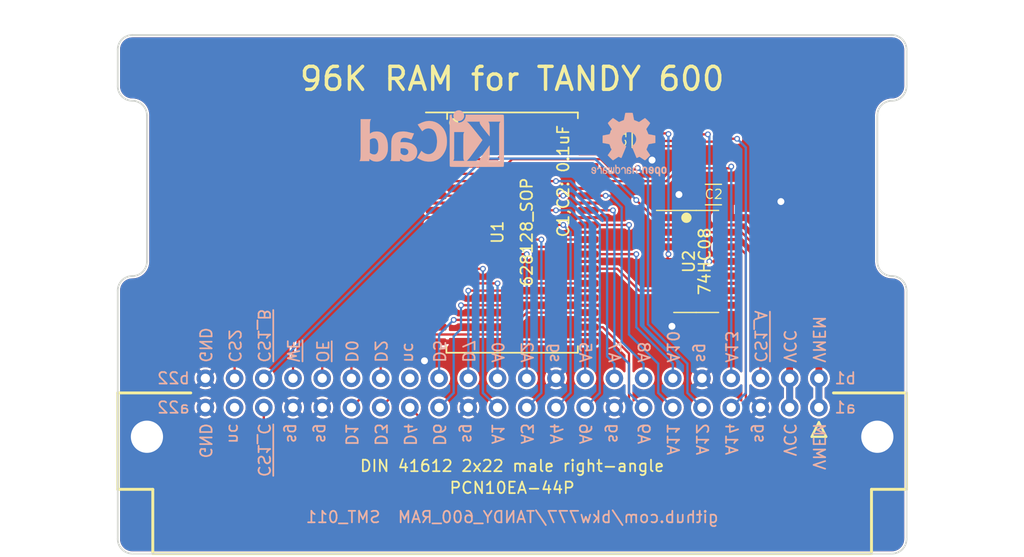
<source format=kicad_pcb>
(kicad_pcb (version 20211014) (generator pcbnew)
  (title_block (title "TANDY 600 RAM") (date "2022-10-04") (rev "SMT_011") (company "Brian K. White - b.kenyon.w@gmail.com") (comment 1 "LICENSE: CC-BY-SA 4.0") (comment 2 "github.com/bkw777/TANDY_600_RAM"))
  (layers (0 "F.Cu" signal) (31 "B.Cu" signal) (34 "B.Paste" user) (35 "F.Paste" user) (36 "B.SilkS" user "B.Silkscreen") (37 "F.SilkS" user "F.Silkscreen") (38 "B.Mask" user) (39 "F.Mask" user) (44 "Edge.Cuts" user))
  (net 0 "")
  (net 1 "GND")
  (net 2 "VMEM")
  (net 3 "VCC")
  (net 4 "/A14")
  (net 5 "/A13")
  (net 6 "/A12")
  (net 7 "/A11")
  (net 8 "/A10")
  (net 9 "/A9")
  (net 10 "/A8")
  (net 11 "/A7")
  (net 12 "/A6")
  (net 13 "/A5")
  (net 14 "/A4")
  (net 15 "/A3")
  (net 16 "/A2")
  (net 17 "/A1")
  (net 18 "/A0")
  (net 19 "/D7")
  (net 20 "/D6")
  (net 21 "/D5")
  (net 22 "/D4")
  (net 23 "/D3")
  (net 24 "/D2")
  (net 25 "/D1")
  (net 26 "/D0")
  (net 27 "/~{OE}")
  (net 28 "/~{WE}")
  (net 29 "/CS2")
  (net 30 "/A15")
  (net 31 "/A16")
  (net 32 "/~{CS1}")
  (net 33 "/~{CS1_B}")
  (net 34 "/~{CS1_C}")
  (net 35 "/~{CS1_A}")
  (footprint "000_LOCAL:SOP-32W" (layer "F.Cu") (at 146.05 109.22)
    (fp_text reference "U1" (at -1.27 0 90) (layer "F.SilkS"))
    (fp_text value "628128_SOP" (at 1.27 0 -90) (layer "F.SilkS"))
    (pad "1" smd roundrect locked (at -6.6 -9.525) (size 1.8 0.6) (layers "F.Cu" "F.Paste" "F.Mask"))
    (pad "2" smd roundrect locked (at -6.6 -8.255) (size 1.8 0.6) (layers "F.Cu" "F.Paste" "F.Mask") (net 31 "/A16"))
    (pad "3" smd roundrect locked (at -6.6 -6.985) (size 1.8 0.6) (layers "F.Cu" "F.Paste" "F.Mask") (net 4 "/A14"))
    (pad "4" smd roundrect locked (at -6.6 -5.715) (size 1.8 0.6) (layers "F.Cu" "F.Paste" "F.Mask") (net 6 "/A12"))
    (pad "5" smd roundrect locked (at -6.6 -4.445) (size 1.8 0.6) (layers "F.Cu" "F.Paste" "F.Mask") (net 11 "/A7"))
    (pad "6" smd roundrect locked (at -6.6 -3.175) (size 1.8 0.6) (layers "F.Cu" "F.Paste" "F.Mask") (net 12 "/A6"))
    (pad "7" smd roundrect locked (at -6.6 -1.905) (size 1.8 0.6) (layers "F.Cu" "F.Paste" "F.Mask") (net 13 "/A5"))
    (pad "8" smd roundrect locked (at -6.6 -0.635) (size 1.8 0.6) (layers "F.Cu" "F.Paste" "F.Mask") (net 14 "/A4"))
    (pad "9" smd roundrect locked (at -6.6 0.635) (size 1.8 0.6) (layers "F.Cu" "F.Paste" "F.Mask") (net 15 "/A3"))
    (pad "10" smd roundrect locked (at -6.6 1.905) (size 1.8 0.6) (layers "F.Cu" "F.Paste" "F.Mask") (net 16 "/A2"))
    (pad "11" smd roundrect locked (at -6.6 3.175) (size 1.8 0.6) (layers "F.Cu" "F.Paste" "F.Mask") (net 17 "/A1"))
    (pad "12" smd roundrect locked (at -6.6 4.445) (size 1.8 0.6) (layers "F.Cu" "F.Paste" "F.Mask") (net 18 "/A0"))
    (pad "13" smd roundrect locked (at -6.6 5.715) (size 1.8 0.6) (layers "F.Cu" "F.Paste" "F.Mask") (net 26 "/D0"))
    (pad "14" smd roundrect locked (at -6.6 6.985) (size 1.8 0.6) (layers "F.Cu" "F.Paste" "F.Mask") (net 25 "/D1"))
    (pad "15" smd roundrect locked (at -6.6 8.255) (size 1.8 0.6) (layers "F.Cu" "F.Paste" "F.Mask") (net 24 "/D2"))
    (pad "16" smd roundrect locked (at -6.6 9.525) (size 1.8 0.6) (layers "F.Cu" "F.Paste" "F.Mask") (net 1 "GND"))
    (pad "17" smd roundrect locked (at 6.6 9.525) (size 1.8 0.6) (layers "F.Cu" "F.Paste" "F.Mask") (net 23 "/D3"))
    (pad "18" smd roundrect locked (at 6.6 8.255) (size 1.8 0.6) (layers "F.Cu" "F.Paste" "F.Mask") (net 22 "/D4"))
    (pad "19" smd roundrect locked (at 6.6 6.985) (size 1.8 0.6) (layers "F.Cu" "F.Paste" "F.Mask") (net 21 "/D5"))
    (pad "20" smd roundrect locked (at 6.6 5.715) (size 1.8 0.6) (layers "F.Cu" "F.Paste" "F.Mask") (net 20 "/D6"))
    (pad "21" smd roundrect locked (at 6.6 4.445) (size 1.8 0.6) (layers "F.Cu" "F.Paste" "F.Mask") (net 19 "/D7"))
    (pad "22" smd roundrect locked (at 6.6 3.175) (size 1.8 0.6) (layers "F.Cu" "F.Paste" "F.Mask") (net 32 "/~{CS1}"))
    (pad "23" smd roundrect locked (at 6.6 1.905) (size 1.8 0.6) (layers "F.Cu" "F.Paste" "F.Mask") (net 8 "/A10"))
    (pad "24" smd roundrect locked (at 6.6 0.635) (size 1.8 0.6) (layers "F.Cu" "F.Paste" "F.Mask") (net 27 "/~{OE}"))
    (pad "25" smd roundrect locked (at 6.6 -0.635) (size 1.8 0.6) (layers "F.Cu" "F.Paste" "F.Mask") (net 7 "/A11"))
    (pad "26" smd roundrect locked (at 6.6 -1.905) (size 1.8 0.6) (layers "F.Cu" "F.Paste" "F.Mask") (net 9 "/A9"))
    (pad "27" smd roundrect locked (at 6.6 -3.175) (size 1.8 0.6) (layers "F.Cu" "F.Paste" "F.Mask") (net 10 "/A8"))
    (pad "28" smd roundrect locked (at 6.6 -4.445) (size 1.8 0.6) (layers "F.Cu" "F.Paste" "F.Mask") (net 5 "/A13"))
    (pad "29" smd roundrect locked (at 6.6 -5.715) (size 1.8 0.6) (layers "F.Cu" "F.Paste" "F.Mask") (net 28 "/~{WE}"))
    (pad "30" smd roundrect locked (at 6.6 -6.985) (size 1.8 0.6) (layers "F.Cu" "F.Paste" "F.Mask") (net 29 "/CS2"))
    (pad "31" smd roundrect locked (at 6.6 -8.255) (size 1.8 0.6) (layers "F.Cu" "F.Paste" "F.Mask") (net 30 "/A15"))
    (pad "32" smd roundrect locked (at 6.6 -9.525) (size 1.8 0.6) (layers "F.Cu" "F.Paste" "F.Mask") (net 2 "VMEM"))
  )
  (footprint "000_LOCAL:C_1206" (layer "F.Cu") (at 155.575 101.1428 -90)
    (fp_text reference "C1" (at -0.0508 0 90 unlocked) (layer "F.SilkS") (effects (font (size 0.8 0.8) (thickness 0.1))))
    (fp_text value "0.1uF" hide)
    (pad "1" smd roundrect locked (at -1.475 0 270) (size 1.15 1.8) (layers "F.Cu" "F.Paste" "F.Mask") (roundrect_rratio 0.2173904348) (net 2 "VMEM"))
    (pad "2" smd roundrect locked (at 1.475 0 270) (size 1.15 1.8) (layers "F.Cu" "F.Paste" "F.Mask") (roundrect_rratio 0.2173904348) (net 1 "GND"))
  )
  (footprint "000_LOCAL:C_1206" (layer "F.Cu") (at 163.5506 105.9434 180)
    (fp_text reference "C2" (at -0.0254 0.0254 unlocked) (layer "F.SilkS") (effects (font (size 0.8 0.8) (thickness 0.1))))
    (fp_text value "0.1uF" hide)
    (pad "1" smd roundrect locked (at -1.475 0 180) (size 1.15 1.8) (layers "F.Cu" "F.Paste" "F.Mask") (roundrect_rratio 0.217391) (net 3 "VCC"))
    (pad "2" smd roundrect locked (at 1.475 0 180) (size 1.15 1.8) (layers "F.Cu" "F.Paste" "F.Mask") (roundrect_rratio 0.217391) (net 1 "GND"))
  )
  (footprint "000_LOCAL:DIN 41612 2x22 male right-angle" (layer "F.Cu") (at 146.05 123.19)
    (fp_text reference "J1" hide)
    (fp_text value "DIN 41612 2x22 male right-angle" (at 0 6.35) (layer "F.SilkS"))
    (pad "M1" thru_hole oval (at 31.75 3.81) (size 2.999999 4.500001) (drill 2.799999) (layers *.Cu *.Mask) (net 1 "GND"))
    (pad "M2" thru_hole oval (at -31.75 3.81) (size 2.999999 4.500001) (drill 2.799999) (layers *.Cu *.Mask) (net 1 "GND"))
    (pad "a1" thru_hole circle (at 26.67 1.27) (size 1.524 1.524) (drill 0.8) (layers *.Cu *.Mask) (net 2 "VMEM"))
    (pad "a2" thru_hole circle (at 24.13 1.27) (size 1.524 1.524) (drill 0.8) (layers *.Cu *.Mask) (net 3 "VCC"))
    (pad "a3" thru_hole circle (at 21.59 1.27) (size 1.524 1.524) (drill 0.8) (layers *.Cu *.Mask) (net 1 "GND"))
    (pad "a4" thru_hole circle (at 19.05 1.27) (size 1.524 1.524) (drill 0.8) (layers *.Cu *.Mask) (net 4 "/A14"))
    (pad "a5" thru_hole circle (at 16.51 1.27) (size 1.524 1.524) (drill 0.8) (layers *.Cu *.Mask) (net 6 "/A12"))
    (pad "a6" thru_hole circle (at 13.97 1.27) (size 1.524 1.524) (drill 0.8) (layers *.Cu *.Mask) (net 7 "/A11"))
    (pad "a7" thru_hole circle (at 11.43 1.27) (size 1.524 1.524) (drill 0.8) (layers *.Cu *.Mask) (net 9 "/A9"))
    (pad "a8" thru_hole circle (at 8.89 1.27) (size 1.524 1.524) (drill 0.8) (layers *.Cu *.Mask) (net 1 "GND"))
    (pad "a9" thru_hole circle (at 6.35 1.27) (size 1.524 1.524) (drill 0.8) (layers *.Cu *.Mask) (net 12 "/A6"))
    (pad "a10" thru_hole circle (at 3.81 1.27) (size 1.524 1.524) (drill 0.8) (layers *.Cu *.Mask) (net 14 "/A4"))
    (pad "a11" thru_hole circle (at 1.27 1.27) (size 1.524 1.524) (drill 0.8) (layers *.Cu *.Mask) (net 15 "/A3"))
    (pad "a12" thru_hole circle (at -1.27 1.27) (size 1.524 1.524) (drill 0.8) (layers *.Cu *.Mask) (net 17 "/A1"))
    (pad "a13" thru_hole circle (at -3.81 1.27) (size 1.524 1.524) (drill 0.8) (layers *.Cu *.Mask) (net 1 "GND"))
    (pad "a14" thru_hole circle (at -6.35 1.27) (size 1.524 1.524) (drill 0.8) (layers *.Cu *.Mask) (net 20 "/D6"))
    (pad "a15" thru_hole circle (at -8.89 1.27) (size 1.524 1.524) (drill 0.8) (layers *.Cu *.Mask) (net 22 "/D4"))
    (pad "a16" thru_hole circle (at -11.43 1.27) (size 1.524 1.524) (drill 0.8) (layers *.Cu *.Mask) (net 23 "/D3"))
    (pad "a17" thru_hole circle (at -13.97 1.27) (size 1.524 1.524) (drill 0.8) (layers *.Cu *.Mask) (net 25 "/D1"))
    (pad "a18" thru_hole circle (at -16.51 1.27) (size 1.524 1.524) (drill 0.8) (layers *.Cu *.Mask) (net 1 "GND"))
    (pad "a19" thru_hole circle (at -19.05 1.27) (size 1.524 1.524) (drill 0.8) (layers *.Cu *.Mask) (net 1 "GND"))
    (pad "a20" thru_hole circle (at -21.59 1.27) (size 1.524 1.524) (drill 0.8) (layers *.Cu *.Mask) (net 34 "/~{CS1_C}"))
    (pad "a21" thru_hole circle (at -24.13 1.27) (size 1.524 1.524) (drill 0.8) (layers *.Cu *.Mask))
    (pad "a22" thru_hole circle (at -26.67 1.27) (size 1.524 1.524) (drill 0.8) (layers *.Cu *.Mask) (net 1 "GND"))
    (pad "b1" thru_hole circle (at 26.67 -1.27) (size 1.524 1.524) (drill 0.8) (layers *.Cu *.Mask) (net 2 "VMEM"))
    (pad "b2" thru_hole circle (at 24.13 -1.27) (size 1.524 1.524) (drill 0.8) (layers *.Cu *.Mask) (net 3 "VCC"))
    (pad "b3" thru_hole circle (at 21.59 -1.27) (size 1.524 1.524) (drill 0.8) (layers *.Cu *.Mask) (net 35 "/~{CS1_A}"))
    (pad "b4" thru_hole circle (at 19.05 -1.27) (size 1.524 1.524) (drill 0.8) (layers *.Cu *.Mask) (net 5 "/A13"))
    (pad "b5" thru_hole circle (at 16.51 -1.27) (size 1.524 1.524) (drill 0.8) (layers *.Cu *.Mask) (net 1 "GND"))
    (pad "b6" thru_hole circle (at 13.97 -1.27) (size 1.524 1.524) (drill 0.8) (layers *.Cu *.Mask) (net 8 "/A10"))
    (pad "b7" thru_hole circle (at 11.43 -1.27) (size 1.524 1.524) (drill 0.8) (layers *.Cu *.Mask) (net 10 "/A8"))
    (pad "b8" thru_hole circle (at 8.89 -1.27) (size 1.524 1.524) (drill 0.8) (layers *.Cu *.Mask) (net 11 "/A7"))
    (pad "b9" thru_hole circle (at 6.35 -1.27) (size 1.524 1.524) (drill 0.8) (layers *.Cu *.Mask) (net 13 "/A5"))
    (pad "b10" thru_hole circle (at 3.81 -1.27) (size 1.524 1.524) (drill 0.8) (layers *.Cu *.Mask) (net 1 "GND"))
    (pad "b11" thru_hole circle (at 1.27 -1.27) (size 1.524 1.524) (drill 0.8) (layers *.Cu *.Mask) (net 16 "/A2"))
    (pad "b12" thru_hole circle (at -1.27 -1.27) (size 1.524 1.524) (drill 0.8) (layers *.Cu *.Mask) (net 18 "/A0"))
    (pad "b13" thru_hole circle (at -3.81 -1.27) (size 1.524 1.524) (drill 0.8) (layers *.Cu *.Mask) (net 19 "/D7"))
    (pad "b14" thru_hole circle (at -6.35 -1.27) (size 1.524 1.524) (drill 0.8) (layers *.Cu *.Mask) (net 21 "/D5"))
    (pad "b15" thru_hole circle (at -8.89 -1.27) (size 1.524 1.524) (drill 0.8) (layers *.Cu *.Mask))
    (pad "b16" thru_hole circle (at -11.43 -1.27) (size 1.524 1.524) (drill 0.8) (layers *.Cu *.Mask) (net 24 "/D2"))
    (pad "b17" thru_hole circle (at -13.97 -1.27) (size 1.524 1.524) (drill 0.8) (layers *.Cu *.Mask) (net 26 "/D0"))
    (pad "b18" thru_hole circle (at -16.51 -1.27) (size 1.524 1.524) (drill 0.8) (layers *.Cu *.Mask) (net 27 "/~{OE}"))
    (pad "b19" thru_hole circle (at -19.05 -1.27) (size 1.524 1.524) (drill 0.8) (layers *.Cu *.Mask) (net 28 "/~{WE}"))
    (pad "b20" thru_hole circle (at -21.59 -1.27) (size 1.524 1.524) (drill 0.8) (layers *.Cu *.Mask) (net 33 "/~{CS1_B}"))
    (pad "b21" thru_hole circle (at -24.13 -1.27) (size 1.524 1.524) (drill 0.8) (layers *.Cu *.Mask) (net 29 "/CS2"))
    (pad "b22" thru_hole circle (at -26.67 -1.27) (size 1.524 1.524) (drill 0.8) (layers *.Cu *.Mask) (net 1 "GND"))
  )
  (footprint "000_LOCAL:SOIC-14_3.9x8.7mm_P1.27mm" (layer "F.Cu") (at 162.052 111.76)
    (fp_text reference "U2" (at -0.635 0 90) (layer "F.SilkS"))
    (fp_text value "74HC08" (at 0.7366 0 90 unlocked) (layer "F.SilkS"))
    (pad "1" smd roundrect (at -2.475 -3.81) (size 1.95 0.6) (layers "F.Cu" "F.Paste" "F.Mask") (net 33 "/~{CS1_B}"))
    (pad "2" smd roundrect (at -2.475 -2.54) (size 1.95 0.6) (layers "F.Cu" "F.Paste" "F.Mask") (net 35 "/~{CS1_A}"))
    (pad "3" smd roundrect (at -2.475 -1.27) (size 1.95 0.6) (layers "F.Cu" "F.Paste" "F.Mask") (net 31 "/A16"))
    (pad "4" smd roundrect (at -2.475 0) (size 1.95 0.6) (layers "F.Cu" "F.Paste" "F.Mask") (net 31 "/A16"))
    (pad "5" smd roundrect (at -2.475 1.27) (size 1.95 0.6) (layers "F.Cu" "F.Paste" "F.Mask") (net 30 "/A15"))
    (pad "6" smd roundrect (at -2.475 2.54) (size 1.95 0.6) (layers "F.Cu" "F.Paste" "F.Mask") (net 32 "/~{CS1}"))
    (pad "7" smd roundrect (at -2.475 3.81) (size 1.95 0.6) (layers "F.Cu" "F.Paste" "F.Mask") (net 1 "GND"))
    (pad "8" smd roundrect (at 2.475 3.81) (size 1.95 0.6) (layers "F.Cu" "F.Paste" "F.Mask"))
    (pad "9" smd roundrect (at 2.475 2.54) (size 1.95 0.6) (layers "F.Cu" "F.Paste" "F.Mask") (net 1 "GND"))
    (pad "10" smd roundrect (at 2.475 1.27) (size 1.95 0.6) (layers "F.Cu" "F.Paste" "F.Mask") (net 1 "GND"))
    (pad "11" smd roundrect (at 2.475 0) (size 1.95 0.6) (layers "F.Cu" "F.Paste" "F.Mask") (net 30 "/A15"))
    (pad "12" smd roundrect (at 2.475 -1.27) (size 1.95 0.6) (layers "F.Cu" "F.Paste" "F.Mask") (net 34 "/~{CS1_C}"))
    (pad "13" smd roundrect (at 2.475 -2.54) (size 1.95 0.6) (layers "F.Cu" "F.Paste" "F.Mask") (net 35 "/~{CS1_A}"))
    (pad "14" smd roundrect (at 2.475 -3.81) (size 1.95 0.6) (layers "F.Cu" "F.Paste" "F.Mask") (net 3 "VCC"))
  )
  (footprint "000_LOCAL:KiCad-5mm-ss" (layer "B.Cu") (at 139.065 101.6 180)
    (fp_text reference "REF**" hide)
    (fp_text value "KiCad-5mm-ss" hide)
  )
  (footprint "000_LOCAL:OSHW-6mm-ss" (layer "B.Cu") (at 156.21 101.6 180)
    (fp_text reference "REF**" hide)
    (fp_text value "OSHW-6mm-ss" hide)
  )
  (gr_arc (start 113.03 97.79) (mid 113.928026 98.161974) (end 114.3 99.06) (layer "Edge.Cuts") (width 0.15))
  (gr_arc (start 114.3 111.76) (mid 113.928026 112.658026) (end 113.03 113.03) (layer "Edge.Cuts") (width 0.15))
  (gr_arc (start 177.8 99.06) (mid 178.171974 98.161974) (end 179.07 97.79) (layer "Edge.Cuts") (width 0.15))
  (gr_arc (start 179.07 113.03) (mid 178.171974 112.658026) (end 177.8 111.76) (layer "Edge.Cuts") (width 0.15))
  (gr_arc (start 179.07 92.075) (mid 179.968026 92.446974) (end 180.34 93.345) (layer "Edge.Cuts") (width 0.15))
  (gr_arc (start 111.76 93.345) (mid 112.131974 92.446974) (end 113.03 92.075) (layer "Edge.Cuts") (width 0.15))
  (gr_arc (start 113.03 97.79) (mid 112.131974 97.418026) (end 111.76 96.52) (layer "Edge.Cuts") (width 0.15))
  (gr_arc (start 111.76 114.3) (mid 112.131974 113.401974) (end 113.03 113.03) (layer "Edge.Cuts") (width 0.15))
  (gr_arc (start 179.07 113.03) (mid 179.968026 113.401974) (end 180.34 114.3) (layer "Edge.Cuts") (width 0.15))
  (gr_line (start 111.76 114.3) (end 111.76 135.89) (layer "Edge.Cuts") (width 0.15))
  (gr_arc (start 113.03 137.16) (mid 112.131974 136.788026) (end 111.76 135.89) (layer "Edge.Cuts") (width 0.15))
  (gr_line (start 111.76 93.345) (end 111.76 96.52) (layer "Edge.Cuts") (width 0.15))
  (gr_arc (start 180.34 135.89) (mid 179.968026 136.788026) (end 179.07 137.16) (layer "Edge.Cuts") (width 0.15))
  (gr_line (start 114.3 99.06) (end 114.3 111.76) (layer "Edge.Cuts") (width 0.15))
  (gr_line (start 180.34 93.345) (end 180.34 96.52) (layer "Edge.Cuts") (width 0.15))
  (gr_line (start 113.03 92.075) (end 179.07 92.075) (layer "Edge.Cuts") (width 0.15))
  (gr_arc (start 180.34 96.52) (mid 179.968026 97.418026) (end 179.07 97.79) (layer "Edge.Cuts") (width 0.15))
  (gr_line (start 179.07 137.16) (end 113.03 137.16) (layer "Edge.Cuts") (width 0.15))
  (gr_line (start 177.8 111.76) (end 177.8 99.06) (layer "Edge.Cuts") (width 0.15))
  (gr_line (start 180.34 114.3) (end 180.34 135.89) (layer "Edge.Cuts") (width 0.15))
  (gr_text "VCC" (at 170.18 125.73 270) (layer "B.SilkS") (effects (font (size 1 1)) (justify right mirror)))
  (gr_text "A14" (at 165.1 125.73 270) (layer "B.SilkS") (effects (font (size 1 1)) (justify right mirror)))
  (gr_text "sg" (at 167.64 125.73 270) (layer "B.SilkS") (effects (font (size 1 1)) (justify right mirror)))
  (gr_text "A9" (at 157.48 125.73 270) (layer "B.SilkS") (effects (font (size 1 1)) (justify right mirror)))
  (gr_text "sg" (at 154.94 125.73 270) (layer "B.SilkS") (effects (font (size 1 1)) (justify right mirror)))
  (gr_text "A11" (at 160.02 125.73 270) (layer "B.SilkS") (effects (font (size 1 1)) (justify right mirror)))
  (gr_text "A12" (at 162.56 125.73 270) (layer "B.SilkS") (effects (font (size 1 1)) (justify right mirror)))
  (gr_text "sg" (at 142.24 125.73 270) (layer "B.SilkS") (effects (font (size 1 1)) (justify right mirror)))
  (gr_text "D6" (at 139.7 125.73 270) (layer "B.SilkS") (effects (font (size 1 1)) (justify right mirror)))
  (gr_text "D3" (at 134.62 125.73 270) (layer "B.SilkS") (effects (font (size 1 1)) (justify right mirror)))
  (gr_text "D4" (at 137.16 125.73 270) (layer "B.SilkS") (effects (font (size 1 1)) (justify right mirror)))
  (gr_text "A3" (at 147.32 125.73 270) (layer "B.SilkS") (effects (font (size 1 1)) (justify right mirror)))
  (gr_text "A1" (at 144.78 125.73 270) (layer "B.SilkS") (effects (font (size 1 1)) (justify right mirror)))
  (gr_text "A4" (at 149.86 125.73 270) (layer "B.SilkS") (effects (font (size 1 1)) (justify right mirror)))
  (gr_text "A6" (at 152.4 125.73 270) (layer "B.SilkS") (effects (font (size 1 1)) (justify right mirror)))
  (gr_text "D1" (at 132.08 125.73 270) (layer "B.SilkS") (effects (font (size 1 1)) (justify right mirror)))
  (gr_text "~{CS1_C}" (at 124.46 125.73 270) (layer "B.SilkS") (effects (font (size 1 1)) (justify right mirror)))
  (gr_text "nc" (at 121.92 125.73 270) (layer "B.SilkS") (effects (font (size 1 1)) (justify right mirror)))
  (gr_text "sg" (at 127 125.73 270) (layer "B.SilkS") (effects (font (size 1 1)) (justify right mirror)))
  (gr_text "sg" (at 129.54 125.73 270) (layer "B.SilkS") (effects (font (size 1 1)) (justify right mirror)))
  (gr_text "GND" (at 119.38 125.73 270) (layer "B.SilkS") (effects (font (size 1 1)) (justify right mirror)))
  (gr_text "VMEM" (at 172.72 120.65 270) (layer "B.SilkS") (effects (font (size 1 1)) (justify left mirror)))
  (gr_text "VCC" (at 170.18 120.65 270) (layer "B.SilkS") (effects (font (size 1 1)) (justify left mirror)))
  (gr_text "A13" (at 165.1 120.65 270) (layer "B.SilkS") (effects (font (size 1 1)) (justify left mirror)))
  (gr_text "~{CS1_A}" (at 167.64 120.65 270) (layer "B.SilkS") (effects (font (size 1 1)) (justify left mirror)))
  (gr_text "A8" (at 157.48 120.65 270) (layer "B.SilkS") (effects (font (size 1 1)) (justify left mirror)))
  (gr_text "A7" (at 154.94 120.65 270) (layer "B.SilkS") (effects (font (size 1 1)) (justify left mirror)))
  (gr_text "A10" (at 160.02 120.65 270) (layer "B.SilkS") (effects (font (size 1 1)) (justify left mirror)))
  (gr_text "sg" (at 162.56 120.65 270) (layer "B.SilkS") (effects (font (size 1 1)) (justify left mirror)))
  (gr_text "D7" (at 142.24 120.65 270) (layer "B.SilkS") (effects (font (size 1 1)) (justify left mirror)))
  (gr_text "D5" (at 139.7 120.65 270) (layer "B.SilkS") (effects (font (size 1 1)) (justify left mirror)))
  (gr_text "D2" (at 134.62 120.65 270) (layer "B.SilkS") (effects (font (size 1 1)) (justify left mirror)))
  (gr_text "nc" (at 137.16 120.65 270) (layer "B.SilkS") (effects (font (size 1 1)) (justify left mirror)))
  (gr_text "A2" (at 147.32 120.65 270) (layer "B.SilkS") (effects (font (size 1 1)) (justify left mirror)))
  (gr_text "A0" (at 144.78 120.65 270) (layer "B.SilkS") (effects (font (size 1 1)) (justify left mirror)))
  (gr_text "sg" (at 149.86 120.65 270) (layer "B.SilkS") (effects (font (size 1 1)) (justify left mirror)))
  (gr_text "A5" (at 152.4 120.65 270) (layer "B.SilkS") (effects (font (size 1 1)) (justify left mirror)))
  (gr_text "~{OE}" (at 129.54 120.65 270) (layer "B.SilkS") (effects (font (size 1 1)) (justify left mirror)))
  (gr_text "D0" (at 132.08 120.65 270) (layer "B.SilkS") (effects (font (size 1 1)) (justify left mirror)))
  (gr_text "CS2" (at 121.92 120.65 270) (layer "B.SilkS") (effects (font (size 1 1)) (justify left mirror)))
  (gr_text "GND" (at 119.38 120.65 270) (layer "B.SilkS") (effects (font (size 1 1)) (justify left mirror)))
  (gr_text "~{CS1_B}" (at 124.46 120.65 270) (layer "B.SilkS") (effects (font (size 1 1)) (justify left mirror)))
  (gr_text "~{WE}" (at 127 120.65 270) (layer "B.SilkS") (effects (font (size 1 1)) (justify left mirror)))
  (gr_text "b1" (at 173.99 121.92) (layer "B.SilkS") (effects (font (size 1 1)) (justify right mirror)))
  (gr_text "b22" (at 118.11 121.92) (layer "B.SilkS") (effects (font (size 1 1)) (justify left mirror)))
  (gr_text "VMEM" (at 172.72 125.73 270) (layer "B.SilkS") (effects (font (size 1 1)) (justify right mirror)))
  (gr_text "a22" (at 118.11 124.46) (layer "B.SilkS") (effects (font (size 1 1)) (justify left mirror)))
  (gr_text "${COMMENT2}  ${REVISION}" (at 146.05 133.985) (layer "B.SilkS") (effects (font (size 1 1)) (justify mirror)))
  (gr_text "a1" (at 173.99 124.46) (layer "B.SilkS") (effects (font (size 1 1)) (justify right mirror)))
  (gr_text "96K RAM for TANDY 600" (at 146.05 95.885) (layer "F.SilkS") (effects (font (size 2 2) (thickness 0.3))))
  (gr_text "C1,C2: ${00000000-0000-0000-0000-0000587f5e14:VALUE}" (at 150.495 104.775 90) (layer "F.SilkS") (effects (font (size 1 1))))
  (gr_text "PCN10EA-44P" (at 146.05 131.445) (layer "F.SilkS") (effects (font (size 1 1))))
  (segment (start 157.8882 102.6178) (end 155.575 102.6178) (width 0.6) (layer "F.Cu") (net 1))
  (segment (start 158.2166 102.9462) (end 157.8882 102.6178) (width 0.6) (layer "F.Cu") (net 1))
  (via (at 169.418 106.553) (size 1) (drill 0.6) (layers "F.Cu" "B.Cu") (net 1))
  (via (at 138.43 120.396) (size 1) (drill 0.6) (layers "F.Cu" "B.Cu") (net 1))
  (via (at 159.9438 117.3988) (size 1) (drill 0.6) (layers "F.Cu" "B.Cu") (net 1))
  (via (at 160.5534 105.9434) (size 1) (drill 0.6) (layers "F.Cu" "B.Cu") (net 1))
  (via (at 158.2166 102.9462) (size 1) (drill 0.6) (layers "F.Cu" "B.Cu") (net 1))
  (segment (start 172.72 106.68) (end 172.72 121.92) (width 0.6) (layer "F.Cu") (net 2))
  (segment (start 165.7078 99.6678) (end 172.72 106.68) (width 0.6) (layer "F.Cu") (net 2))
  (segment (start 172.72 124.46) (end 172.72 121.92) (width 0.6) (layer "F.Cu") (net 2))
  (segment (start 155.5478 99.695) (end 152.65 99.695) (width 0.6) (layer "F.Cu") (net 2))
  (segment (start 155.575 99.6678) (end 165.7078 99.6678) (width 0.6) (layer "F.Cu") (net 2))
  (segment (start 155.575 99.6678) (end 155.5478 99.695) (width 0.6) (layer "F.Cu") (net 2))
  (segment (start 172.72 121.92) (end 172.72 124.46) (width 0.6) (layer "B.Cu") (net 2))
  (segment (start 164.527 107.95) (end 166.497 107.95) (width 0.6) (layer "F.Cu") (net 3))
  (segment (start 170.18 111.633) (end 170.18 121.92) (width 0.6) (layer "F.Cu") (net 3))
  (segment (start 165.035 107.95) (end 164.527 107.95) (width 0.6) (layer "F.Cu") (net 3))
  (segment (start 166.497 107.95) (end 170.18 111.633) (width 0.6) (layer "F.Cu") (net 3))
  (segment (start 170.18 124.46) (end 170.18 121.92) (width 0.6) (layer "F.Cu") (net 3))
  (segment (start 165.035 106.0102) (end 165.035 107.95) (width 0.6) (layer "F.Cu") (net 3))
  (segment (start 170.18 121.92) (end 170.18 124.46) (width 0.6) (layer "B.Cu") (net 3))
  (segment (start 163.83 101.092) (end 163.576 101.346) (width 0.2) (layer "F.Cu") (net 4))
  (segment (start 144.78 101.6) (end 144.145 102.235) (width 0.2) (layer "F.Cu") (net 4))
  (segment (start 158.7246 101.6) (end 144.78 101.6) (width 0.2) (layer "F.Cu") (net 4))
  (segment (start 163.576 101.346) (end 160.764 101.346) (width 0.2) (layer "F.Cu") (net 4))
  (segment (start 160.764 101.346) (end 160.375 101.735) (width 0.2) (layer "F.Cu") (net 4))
  (segment (start 160.375 101.735) (end 158.8596 101.735) (width 0.2) (layer "F.Cu") (net 4))
  (segment (start 158.8596 101.735) (end 158.7246 101.6) (width 0.2) (layer "F.Cu") (net 4))
  (segment (start 144.145 102.235) (end 139.45 102.235) (width 0.2) (layer "F.Cu") (net 4))
  (segment (start 165.608 101.092) (end 163.83 101.092) (width 0.2) (layer "F.Cu") (net 4))
  (via (at 165.608 101.092) (size 0.5) (drill 0.3) (layers "F.Cu" "B.Cu") (net 4))
  (segment (start 166.37 101.854) (end 166.37 123.19) (width 0.2) (layer "B.Cu") (net 4))
  (segment (start 166.37 123.19) (end 165.1 124.46) (width 0.2) (layer "B.Cu") (net 4))
  (segment (start 165.608 101.092) (end 166.37 101.854) (width 0.2) (layer "B.Cu") (net 4))
  (segment (start 160.575 103.66) (end 159.46 104.775) (width 0.2) (layer "F.Cu") (net 5))
  (segment (start 159.46 104.775) (end 152.65 104.775) (width 0.2) (layer "F.Cu") (net 5))
  (segment (start 165.1 103.51) (end 164.95 103.66) (width 0.2) (layer "F.Cu") (net 5))
  (segment (start 164.95 103.66) (end 160.575 103.66) (width 0.2) (layer "F.Cu") (net 5))
  (via (at 165.1 103.51) (size 0.5) (drill 0.3) (layers "F.Cu" "B.Cu") (net 5))
  (segment (start 165.1 103.51) (end 165.1 121.92) (width 0.2) (layer "B.Cu") (net 5))
  (segment (start 146.05 102.87) (end 145.415 103.505) (width 0.2) (layer "F.Cu") (net 6))
  (segment (start 153.7716 102.87) (end 146.05 102.87) (width 0.2) (layer "F.Cu") (net 6))
  (segment (start 145.415 103.505) (end 139.45 103.505) (width 0.2) (layer "F.Cu") (net 6))
  (segment (start 156.845 103.759) (end 154.6606 103.759) (width 0.2) (layer "F.Cu") (net 6))
  (segment (start 156.972 103.632) (end 156.845 103.759) (width 0.2) (layer "F.Cu") (net 6))
  (segment (start 154.6606 103.759) (end 153.7716 102.87) (width 0.2) (layer "F.Cu") (net 6))
  (via (at 156.972 103.632) (size 0.5) (drill 0.3) (layers "F.Cu" "B.Cu") (net 6))
  (segment (start 161.29 120.65) (end 161.29 123.19) (width 0.2) (layer "B.Cu") (net 6))
  (segment (start 156.972 103.632) (end 157.861 104.521) (width 0.2) (layer "B.Cu") (net 6))
  (segment (start 161.29 123.19) (end 162.56 124.46) (width 0.2) (layer "B.Cu") (net 6))
  (segment (start 157.861 117.221) (end 161.29 120.65) (width 0.2) (layer "B.Cu") (net 6))
  (segment (start 157.861 104.521) (end 157.861 117.221) (width 0.2) (layer "B.Cu") (net 6))
  (segment (start 156.21 108.585) (end 152.65 108.585) (width 0.2) (layer "F.Cu") (net 7))
  (via (at 156.21 108.585) (size 0.5) (drill 0.3) (layers "F.Cu" "B.Cu") (net 7))
  (segment (start 156.21 118.11) (end 158.75 120.65) (width 0.2) (layer "B.Cu") (net 7))
  (segment (start 158.75 120.65) (end 158.75 123.19) (width 0.2) (layer "B.Cu") (net 7))
  (segment (start 156.21 108.585) (end 156.21 118.11) (width 0.2) (layer "B.Cu") (net 7))
  (segment (start 158.75 123.19) (end 160.02 124.46) (width 0.2) (layer "B.Cu") (net 7))
  (segment (start 156.845 111.125) (end 152.65 111.125) (width 0.2) (layer "F.Cu") (net 8))
  (via (at 156.845 111.125) (size 0.5) (drill 0.3) (layers "F.Cu" "B.Cu") (net 8))
  (segment (start 156.845 111.125) (end 156.845 117.475) (width 0.2) (layer "B.Cu") (net 8))
  (segment (start 160.02 120.65) (end 160.02 121.92) (width 0.2) (layer "B.Cu") (net 8))
  (segment (start 156.845 117.475) (end 160.02 120.65) (width 0.2) (layer "B.Cu") (net 8))
  (segment (start 154.813 107.315) (end 152.65 107.315) (width 0.2) (layer "F.Cu") (net 9))
  (via (at 154.813 107.315) (size 0.5) (drill 0.3) (layers "F.Cu" "B.Cu") (net 9))
  (segment (start 154.94 107.442) (end 154.94 119.38) (width 0.2) (layer "B.Cu") (net 9))
  (segment (start 156.21 123.19) (end 157.48 124.46) (width 0.2) (layer "B.Cu") (net 9))
  (segment (start 154.94 119.38) (end 156.21 120.65) (width 0.2) (layer "B.Cu") (net 9))
  (segment (start 154.813 107.315) (end 154.94 107.442) (width 0.2) (layer "B.Cu") (net 9))
  (segment (start 156.21 120.65) (end 156.21 123.19) (width 0.2) (layer "B.Cu") (net 9))
  (segment (start 154.178 106.045) (end 152.65 106.045) (width 0.2) (layer "F.Cu") (net 10))
  (via (at 154.178 106.045) (size 0.5) (drill 0.3) (layers "F.Cu" "B.Cu") (net 10))
  (segment (start 155.575 118.745) (end 157.48 120.65) (width 0.2) (layer "B.Cu") (net 10))
  (segment (start 155.575 107.061) (end 155.575 118.745) (width 0.2) (layer "B.Cu") (net 10))
  (segment (start 154.559 106.045) (end 155.575 107.061) (width 0.2) (layer "B.Cu") (net 10))
  (segment (start 154.178 106.045) (end 154.559 106.045) (width 0.2) (layer "B.Cu") (net 10))
  (segment (start 157.48 120.65) (end 157.48 121.92) (width 0.2) (layer "B.Cu") (net 10))
  (segment (start 149.86 104.775) (end 139.45 104.775) (width 0.2) (layer "F.Cu") (net 11))
  (via (at 149.86 104.775) (size 0.5) (drill 0.3) (layers "F.Cu" "B.Cu") (net 11))
  (segment (start 149.86 104.775) (end 151.13 104.775) (width 0.2) (layer "B.Cu") (net 11))
  (segment (start 154.305 107.95) (end 154.305 120.015) (width 0.2) (layer "B.Cu") (net 11))
  (segment (start 151.13 104.775) (end 154.305 107.95) (width 0.2) (layer "B.Cu") (net 11))
  (segment (start 154.305 120.015) (end 154.94 120.65) (width 0.2) (layer "B.Cu") (net 11))
  (segment (start 154.94 120.65) (end 154.94 121.92) (width 0.2) (layer "B.Cu") (net 11))
  (segment (start 150.495 106.045) (end 139.45 106.045) (width 0.2) (layer "F.Cu") (net 12))
  (via (at 150.495 106.045) (size 0.5) (drill 0.3) (layers "F.Cu" "B.Cu") (net 12))
  (segment (start 150.495 106.045) (end 151.13 106.045) (width 0.2) (layer "B.Cu") (net 12))
  (segment (start 153.67 123.19) (end 152.4 124.46) (width 0.2) (layer "B.Cu") (net 12))
  (segment (start 151.13 106.045) (end 153.67 108.585) (width 0.2) (layer "B.Cu") (net 12))
  (segment (start 153.67 108.585) (end 153.67 123.19) (width 0.2) (layer "B.Cu") (net 12))
  (segment (start 149.86 107.315) (end 139.45 107.315) (width 0.2) (layer "F.Cu") (net 13))
  (via (at 149.86 107.315) (size 0.5) (drill 0.3) (layers "F.Cu" "B.Cu") (net 13))
  (segment (start 152.4 108.585) (end 152.4 121.92) (width 0.2) (layer "B.Cu") (net 13))
  (segment (start 151.13 107.315) (end 152.4 108.585) (width 0.2) (layer "B.Cu") (net 13))
  (segment (start 149.86 107.315) (end 151.13 107.315) (width 0.2) (layer "B.Cu") (net 13))
  (segment (start 150.495 108.585) (end 139.45 108.585) (width 0.2) (layer "F.Cu") (net 14))
  (via (at 150.495 108.585) (size 0.5) (drill 0.3) (layers "F.Cu" "B.Cu") (net 14))
  (segment (start 151.13 109.22) (end 151.13 123.19) (width 0.2) (layer "B.Cu") (net 14))
  (segment (start 150.495 108.585) (end 151.13 109.22) (width 0.2) (layer "B.Cu") (net 14))
  (segment (start 151.13 123.19) (end 149.86 124.46) (width 0.2) (layer "B.Cu") (net 14))
  (segment (start 148.59 109.855) (end 139.45 109.855) (width 0.2) (layer "F.Cu") (net 15))
  (via (at 148.59 109.855) (size 0.5) (drill 0.3) (layers "F.Cu" "B.Cu") (net 15))
  (segment (start 148.59 123.19) (end 147.32 124.46) (width 0.2) (layer "B.Cu") (net 15))
  (segment (start 148.59 109.855) (end 148.59 123.19) (width 0.2) (layer "B.Cu") (net 15))
  (segment (start 147.32 111.125) (end 139.45 111.125) (width 0.2) (layer "F.Cu") (net 16))
  (via (at 147.32 111.125) (size 0.5) (drill 0.3) (layers "F.Cu" "B.Cu") (net 16))
  (segment (start 147.32 121.92) (end 147.32 111.125) (width 0.2) (layer "B.Cu") (net 16))
  (segment (start 139.45 112.395) (end 143.51 112.395) (width 0.2) (layer "F.Cu") (net 17))
  (via (at 143.51 112.395) (size 0.5) (drill 0.3) (layers "F.Cu" "B.Cu") (net 17))
  (segment (start 143.51 112.395) (end 143.51 123.19) (width 0.2) (layer "B.Cu") (net 17))
  (segment (start 143.51 123.19) (end 144.78 124.46) (width 0.2) (layer "B.Cu") (net 17))
  (segment (start 144.78 113.665) (end 139.45 113.665) (width 0.2) (layer "F.Cu") (net 18))
  (via (at 144.78 113.665) (size 0.5) (drill 0.3) (layers "F.Cu" "B.Cu") (net 18))
  (segment (start 144.78 121.92) (end 144.78 113.665) (width 0.2) (layer "B.Cu") (net 18))
  (segment (start 146.030157 113.665) (end 152.65 113.665) (width 0.2) (layer "F.Cu") (net 19))
  (segment (start 145.395157 114.3) (end 146.030157 113.665) (width 0.2) (layer "F.Cu") (net 19))
  (segment (start 142.24 114.3) (end 145.395157 114.3) (width 0.2) (layer "F.Cu") (net 19))
  (via (at 142.24 114.3) (size 0.5) (drill 0.3) (layers "F.Cu" "B.Cu") (net 19))
  (segment (start 142.24 114.3) (end 142.24 118.745) (width 0.2) (layer "B.Cu") (net 19))
  (segment (start 142.24 118.745) (end 142.24 121.92) (width 0.2) (layer "B.Cu") (net 19))
  (segment (start 141.605 115.57) (end 146.05 115.57) (width 0.2) (layer "F.Cu") (net 20))
  (segment (start 146.685 114.935) (end 152.65 114.935) (width 0.2) (layer "F.Cu") (net 20))
  (segment (start 146.05 115.57) (end 146.685 114.935) (width 0.2) (layer "F.Cu") (net 20))
  (via (at 141.605 115.57) (size 0.5) (drill 0.3) (layers "F.Cu" "B.Cu") (net 20))
  (segment (start 141.605 117.63375) (end 140.97 118.26875) (width 0.2) (layer "B.Cu") (net 20))
  (segment (start 140.97 123.19) (end 139.7 124.46) (width 0.2) (layer "B.Cu") (net 20))
  (segment (start 140.97 118.26875) (end 140.97 123.19) (width 0.2) (layer "B.Cu") (net 20))
  (segment (start 141.605 115.57) (end 141.605 117.63375) (width 0.2) (layer "B.Cu") (net 20))
  (segment (start 147.32 116.205) (end 152.65 116.205) (width 0.2) (layer "F.Cu") (net 21))
  (segment (start 140.97 116.84) (end 146.685 116.84) (width 0.2) (layer "F.Cu") (net 21))
  (segment (start 146.685 116.84) (end 147.32 116.205) (width 0.2) (layer "F.Cu") (net 21))
  (via (at 140.97 116.84) (size 0.5) (drill 0.3) (layers "F.Cu" "B.Cu") (net 21))
  (segment (start 140.97 116.84) (end 139.7 118.11) (width 0.2) (layer "B.Cu") (net 21))
  (segment (start 139.7 118.11) (end 139.7 121.92) (width 0.2) (layer "B.Cu") (net 21))
  (segment (start 152.65 117.475) (end 153.924 117.475) (width 0.2) (layer "F.Cu") (net 22))
  (segment (start 155.575 126.365) (end 139.065 126.365) (width 0.2) (layer "F.Cu") (net 22))
  (segment (start 156.21 119.761) (end 156.21 125.73) (width 0.2) (layer "F.Cu") (net 22))
  (segment (start 153.924 117.475) (end 156.21 119.761) (width 0.2) (layer "F.Cu") (net 22))
  (segment (start 156.21 125.73) (end 155.575 126.365) (width 0.2) (layer "F.Cu") (net 22))
  (segment (start 139.065 126.365) (end 137.16 124.46) (width 0.2) (layer "F.Cu") (net 22))
  (segment (start 152.65 118.745) (end 146.05 118.745) (width 0.2) (layer "F.Cu") (net 23))
  (segment (start 138.1506 118.11) (end 135.89 120.3706) (width 0.2) (layer "F.Cu") (net 23))
  (segment (start 146.05 118.745) (end 145.415 118.11) (width 0.2) (layer "F.Cu") (net 23))
  (segment (start 145.415 118.11) (end 138.1506 118.11) (width 0.2) (layer "F.Cu") (net 23))
  (segment (start 135.89 120.3706) (end 135.89 123.19) (width 0.2) (layer "F.Cu") (net 23))
  (segment (start 135.89 123.19) (end 134.62 124.46) (width 0.2) (layer "F.Cu") (net 23))
  (segment (start 137.922 117.475) (end 139.45 117.475) (width 0.2) (layer "F.Cu") (net 24))
  (segment (start 134.62 121.92) (end 134.62 120.777) (width 0.2) (layer "F.Cu") (net 24))
  (segment (start 134.62 120.777) (end 137.922 117.475) (width 0.2) (layer "F.Cu") (net 24))
  (segment (start 133.35 123.19) (end 132.08 124.46) (width 0.2) (layer "F.Cu") (net 25))
  (segment (start 139.45 116.205) (end 138.176 116.205) (width 0.2) (layer "F.Cu") (net 25))
  (segment (start 138.176 116.205) (end 133.35 121.031) (width 0.2) (layer "F.Cu") (net 25))
  (segment (start 133.35 121.031) (end 133.35 123.19) (width 0.2) (layer "F.Cu") (net 25))
  (segment (start 137.922 114.935) (end 132.08 120.777) (width 0.2) (layer "F.Cu") (net 26))
  (segment (start 132.08 120.777) (end 132.08 121.92) (width 0.2) (layer "F.Cu") (net 26))
  (segment (start 139.45 114.935) (end 137.922 114.935) (width 0.2) (layer "F.Cu") (net 26))
  (segment (start 150.622 109.855) (end 152.65 109.855) (width 0.2) (layer "F.Cu") (net 27))
  (segment (start 129.54 121.92) (end 129.54 118.999) (width 0.2) (layer "F.Cu") (net 27))
  (segment (start 138.049 110.49) (end 149.987 110.49) (width 0.2) (layer "F.Cu") (net 27))
  (segment (start 149.987 110.49) (end 150.622 109.855) (width 0.2) (layer "F.Cu") (net 27))
  (segment (start 129.54 118.999) (end 138.049 110.49) (width 0.2) (layer "F.Cu") (net 27))
  (segment (start 146.685 103.505) (end 146.05 104.14) (width 0.2) (layer "F.Cu") (net 28))
  (segment (start 127 115.189) (end 127 121.92) (width 0.2) (layer "F.Cu") (net 28))
  (segment (start 138.049 104.14) (end 127 115.189) (width 0.2) (layer "F.Cu") (net 28))
  (segment (start 152.65 103.505) (end 146.685 103.505) (width 0.2) (layer "F.Cu") (net 28))
  (segment (start 146.05 104.14) (end 138.049 104.14) (width 0.2) (layer "F.Cu") (net 28))
  (segment (start 144.78 102.87) (end 145.415 102.235) (width 0.2) (layer "F.Cu") (net 29))
  (segment (start 145.415 102.235) (end 152.65 102.235) (width 0.2) (layer "F.Cu") (net 29))
  (segment (start 121.92 121.92) (end 121.92 118.999) (width 0.2) (layer "F.Cu") (net 29))
  (segment (start 121.92 118.999) (end 138.049 102.87) (width 0.2) (layer "F.Cu") (net 29))
  (segment (start 138.049 102.87) (end 144.78 102.87) (width 0.2) (layer "F.Cu") (net 29))
  (segment (start 160.081 101.285) (end 159.1716 101.285) (width 0.2) (layer "F.Cu") (net 30))
  (segment (start 161.925 113.03) (end 163.195 111.76) (width 0.2) (layer "F.Cu") (net 30))
  (segment (start 163.195 111.76) (end 164.527 111.76) (width 0.2) (layer "F.Cu") (net 30))
  (segment (start 159.1716 101.285) (end 159.0116 101.125) (width 0.2) (layer "F.Cu") (net 30))
  (segment (start 163.068 100.711) (end 160.655 100.711) (width 0.2) (layer "F.Cu") (net 30))
  (segment (start 159.577 113.03) (end 161.925 113.03) (width 0.2) (layer "F.Cu") (net 30))
  (segment (start 160.655 100.711) (end 160.081 101.285) (width 0.2) (layer "F.Cu") (net 30))
  (segment (start 159.0116 101.125) (end 152.81 101.125) (width 0.2) (layer "F.Cu") (net 30))
  (segment (start 152.81 101.125) (end 152.65 100.965) (width 0.2) (layer "F.Cu") (net 30))
  (via (at 163.195 111.76) (size 0.5) (drill 0.3) (layers "F.Cu" "B.Cu") (net 30))
  (via (at 163.068 100.711) (size 0.5) (drill 0.3) (layers "F.Cu" "B.Cu") (net 30))
  (segment (start 163.195 100.838) (end 163.195 111.76) (width 0.2) (layer "B.Cu") (net 30))
  (segment (start 163.068 100.711) (end 163.195 100.838) (width 0.2) (layer "B.Cu") (net 30))
  (segment (start 154.2952 100.625) (end 154.0002 100.33) (width 0.2) (layer "F.Cu") (net 31))
  (segment (start 144.145 100.33) (end 143.51 100.965) (width 0.2) (layer "F.Cu") (net 31))
  (segment (start 143.51 100.965) (end 139.45 100.965) (width 0.2) (layer "F.Cu") (net 31))
  (segment (start 159.5784 100.625) (end 154.2952 100.625) (width 0.2) (layer "F.Cu") (net 31))
  (segment (start 159.577 111.063) (end 159.577 110.49) (width 0.2) (layer "F.Cu") (net 31))
  (segment (start 159.639 111.125) (end 159.577 111.187) (width 0.2) (layer "F.Cu") (net 31))
  (segment (start 154.0002 100.33) (end 144.145 100.33) (width 0.2) (layer "F.Cu") (net 31))
  (segment (start 159.577 111.187) (end 159.577 111.76) (width 0.2) (layer "F.Cu") (net 31))
  (segment (start 159.639 111.125) (end 159.577 111.063) (width 0.2) (layer "F.Cu") (net 31))
  (segment (start 159.639 100.6856) (end 159.5784 100.625) (width 0.2) (layer "F.Cu") (net 31))
  (via (at 159.639 111.125) (size 0.5) (drill 0.3) (layers "F.Cu" "B.Cu") (net 31))
  (via (at 159.639 100.6856) (size 0.5) (drill 0.3) (layers "F.Cu" "B.Cu") (net 31))
  (segment (start 159.639 111.125) (end 159.639 100.6856) (width 0.2) (layer "B.Cu") (net 31))
  (segment (start 152.65 112.395) (end 155.194 112.395) (width 0.2) (layer "F.Cu") (net 32))
  (segment (start 155.194 112.395) (end 157.099 114.3) (width 0.2) (layer "F.Cu") (net 32))
  (segment (start 157.099 114.3) (end 159.577 114.3) (width 0.2) (layer "F.Cu") (net 32))
  (segment (start 158.369 107.95) (end 159.577 107.95) (width 0.2) (layer "F.Cu") (net 33))
  (segment (start 156.845 106.426) (end 158.369 107.95) (width 0.2) (layer "F.Cu") (net 33))
  (via (at 156.845 106.426) (size 0.5) (drill 0.3) (layers "F.Cu" "B.Cu") (net 33))
  (segment (start 153.2382 102.8192) (end 143.5608 102.8192) (width 0.2) (layer "B.Cu") (net 33))
  (segment (start 143.5608 102.8192) (end 124.46 121.92) (width 0.2) (layer "B.Cu") (net 33))
  (segment (start 156.845 106.426) (end 153.2382 102.8192) (width 0.2) (layer "B.Cu") (net 33))
  (segment (start 166.37 125.73) (end 166.37 111.125) (width 0.2) (layer "F.Cu") (net 34))
  (segment (start 164.338 127.762) (end 166.37 125.73) (width 0.2) (layer "F.Cu") (net 34))
  (segment (start 166.37 111.125) (end 165.735 110.49) (width 0.2) (layer "F.Cu") (net 34))
  (segment (start 124.46 125.73) (end 126.492 127.762) (width 0.2) (layer "F.Cu") (net 34))
  (segment (start 124.46 124.46) (end 124.46 125.73) (width 0.2) (layer "F.Cu") (net 34))
  (segment (start 126.492 127.762) (end 164.338 127.762) (width 0.2) (layer "F.Cu") (net 34))
  (segment (start 165.735 110.49) (end 164.527 110.49) (width 0.2) (layer "F.Cu") (net 34))
  (segment (start 165.989 109.22) (end 159.577 109.22) (width 0.2) (layer "F.Cu") (net 35))
  (segment (start 167.64 110.871) (end 165.989 109.22) (width 0.2) (layer "F.Cu") (net 35))
  (segment (start 167.64 121.92) (end 167.64 110.871) (width 0.2) (layer "F.Cu") (net 35))
  (zone (net 1) (net_name "GND") (layer "F.Cu") (connect_pads (clearance 0.2)) (min_thickness 0.2) (fill yes (thermal_gap 0.2) (thermal_bridge_width 0.4) (smoothing fillet) (radius 0.1))
    (polygon (pts (xy 146.05 137.16) (xy 180.34 137.16) (xy 180.34 92.075) (xy 111.76 92.075) (xy 111.76 137.16)))
  )
  (zone (net 1) (net_name "GND") (layer "B.Cu") (connect_pads (clearance 0.2)) (min_thickness 0.2) (fill yes (thermal_gap 0.2) (thermal_bridge_width 0.4) (smoothing fillet) (radius 0.1))
    (polygon (pts (xy 146.05 137.16) (xy 180.34 137.16) (xy 180.34 92.075) (xy 111.76 92.075) (xy 111.76 137.16)))
  )
)
</source>
